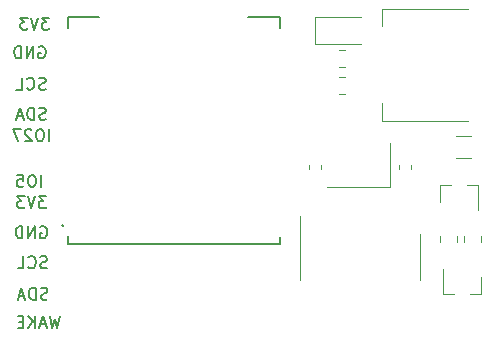
<source format=gbr>
%TF.GenerationSoftware,KiCad,Pcbnew,(5.1.6)-1*%
%TF.CreationDate,2020-08-27T20:14:33+02:00*%
%TF.ProjectId,ESP32_TFT_Board,45535033-325f-4544-9654-5f426f617264,rev?*%
%TF.SameCoordinates,Original*%
%TF.FileFunction,Legend,Bot*%
%TF.FilePolarity,Positive*%
%FSLAX46Y46*%
G04 Gerber Fmt 4.6, Leading zero omitted, Abs format (unit mm)*
G04 Created by KiCad (PCBNEW (5.1.6)-1) date 2020-08-27 20:14:33*
%MOMM*%
%LPD*%
G01*
G04 APERTURE LIST*
%ADD10C,0.200000*%
%ADD11C,0.120000*%
%ADD12C,0.100000*%
%ADD13C,0.127000*%
G04 APERTURE END LIST*
D10*
X94849723Y-89215980D02*
X94611628Y-90215980D01*
X94421152Y-89501695D01*
X94230676Y-90215980D01*
X93992580Y-89215980D01*
X93659247Y-89930266D02*
X93183057Y-89930266D01*
X93754485Y-90215980D02*
X93421152Y-89215980D01*
X93087819Y-90215980D01*
X92754485Y-90215980D02*
X92754485Y-89215980D01*
X92183057Y-90215980D02*
X92611628Y-89644552D01*
X92183057Y-89215980D02*
X92754485Y-89787409D01*
X91754485Y-89692171D02*
X91421152Y-89692171D01*
X91278295Y-90215980D02*
X91754485Y-90215980D01*
X91754485Y-89215980D01*
X91278295Y-89215980D01*
X93797285Y-87780761D02*
X93654428Y-87828380D01*
X93416333Y-87828380D01*
X93321095Y-87780761D01*
X93273476Y-87733142D01*
X93225857Y-87637904D01*
X93225857Y-87542666D01*
X93273476Y-87447428D01*
X93321095Y-87399809D01*
X93416333Y-87352190D01*
X93606809Y-87304571D01*
X93702047Y-87256952D01*
X93749666Y-87209333D01*
X93797285Y-87114095D01*
X93797285Y-87018857D01*
X93749666Y-86923619D01*
X93702047Y-86876000D01*
X93606809Y-86828380D01*
X93368714Y-86828380D01*
X93225857Y-86876000D01*
X92797285Y-87828380D02*
X92797285Y-86828380D01*
X92559190Y-86828380D01*
X92416333Y-86876000D01*
X92321095Y-86971238D01*
X92273476Y-87066476D01*
X92225857Y-87256952D01*
X92225857Y-87399809D01*
X92273476Y-87590285D01*
X92321095Y-87685523D01*
X92416333Y-87780761D01*
X92559190Y-87828380D01*
X92797285Y-87828380D01*
X91844904Y-87542666D02*
X91368714Y-87542666D01*
X91940142Y-87828380D02*
X91606809Y-86828380D01*
X91273476Y-87828380D01*
X93773476Y-85113761D02*
X93630619Y-85161380D01*
X93392523Y-85161380D01*
X93297285Y-85113761D01*
X93249666Y-85066142D01*
X93202047Y-84970904D01*
X93202047Y-84875666D01*
X93249666Y-84780428D01*
X93297285Y-84732809D01*
X93392523Y-84685190D01*
X93583000Y-84637571D01*
X93678238Y-84589952D01*
X93725857Y-84542333D01*
X93773476Y-84447095D01*
X93773476Y-84351857D01*
X93725857Y-84256619D01*
X93678238Y-84209000D01*
X93583000Y-84161380D01*
X93344904Y-84161380D01*
X93202047Y-84209000D01*
X92202047Y-85066142D02*
X92249666Y-85113761D01*
X92392523Y-85161380D01*
X92487761Y-85161380D01*
X92630619Y-85113761D01*
X92725857Y-85018523D01*
X92773476Y-84923285D01*
X92821095Y-84732809D01*
X92821095Y-84589952D01*
X92773476Y-84399476D01*
X92725857Y-84304238D01*
X92630619Y-84209000D01*
X92487761Y-84161380D01*
X92392523Y-84161380D01*
X92249666Y-84209000D01*
X92202047Y-84256619D01*
X91297285Y-85161380D02*
X91773476Y-85161380D01*
X91773476Y-84161380D01*
X93217904Y-81669000D02*
X93313142Y-81621380D01*
X93456000Y-81621380D01*
X93598857Y-81669000D01*
X93694095Y-81764238D01*
X93741714Y-81859476D01*
X93789333Y-82049952D01*
X93789333Y-82192809D01*
X93741714Y-82383285D01*
X93694095Y-82478523D01*
X93598857Y-82573761D01*
X93456000Y-82621380D01*
X93360761Y-82621380D01*
X93217904Y-82573761D01*
X93170285Y-82526142D01*
X93170285Y-82192809D01*
X93360761Y-82192809D01*
X92741714Y-82621380D02*
X92741714Y-81621380D01*
X92170285Y-82621380D01*
X92170285Y-81621380D01*
X91694095Y-82621380D02*
X91694095Y-81621380D01*
X91456000Y-81621380D01*
X91313142Y-81669000D01*
X91217904Y-81764238D01*
X91170285Y-81859476D01*
X91122666Y-82049952D01*
X91122666Y-82192809D01*
X91170285Y-82383285D01*
X91217904Y-82478523D01*
X91313142Y-82573761D01*
X91456000Y-82621380D01*
X91694095Y-82621380D01*
X93694095Y-79081380D02*
X93075047Y-79081380D01*
X93408380Y-79462333D01*
X93265523Y-79462333D01*
X93170285Y-79509952D01*
X93122666Y-79557571D01*
X93075047Y-79652809D01*
X93075047Y-79890904D01*
X93122666Y-79986142D01*
X93170285Y-80033761D01*
X93265523Y-80081380D01*
X93551238Y-80081380D01*
X93646476Y-80033761D01*
X93694095Y-79986142D01*
X92789333Y-79081380D02*
X92456000Y-80081380D01*
X92122666Y-79081380D01*
X91884571Y-79081380D02*
X91265523Y-79081380D01*
X91598857Y-79462333D01*
X91456000Y-79462333D01*
X91360761Y-79509952D01*
X91313142Y-79557571D01*
X91265523Y-79652809D01*
X91265523Y-79890904D01*
X91313142Y-79986142D01*
X91360761Y-80033761D01*
X91456000Y-80081380D01*
X91741714Y-80081380D01*
X91836952Y-80033761D01*
X91884571Y-79986142D01*
X93252800Y-78277980D02*
X93252800Y-77277980D01*
X92586133Y-77277980D02*
X92395657Y-77277980D01*
X92300419Y-77325600D01*
X92205180Y-77420838D01*
X92157561Y-77611314D01*
X92157561Y-77944647D01*
X92205180Y-78135123D01*
X92300419Y-78230361D01*
X92395657Y-78277980D01*
X92586133Y-78277980D01*
X92681371Y-78230361D01*
X92776609Y-78135123D01*
X92824228Y-77944647D01*
X92824228Y-77611314D01*
X92776609Y-77420838D01*
X92681371Y-77325600D01*
X92586133Y-77277980D01*
X91252800Y-77277980D02*
X91728990Y-77277980D01*
X91776609Y-77754171D01*
X91728990Y-77706552D01*
X91633752Y-77658933D01*
X91395657Y-77658933D01*
X91300419Y-77706552D01*
X91252800Y-77754171D01*
X91205180Y-77849409D01*
X91205180Y-78087504D01*
X91252800Y-78182742D01*
X91300419Y-78230361D01*
X91395657Y-78277980D01*
X91633752Y-78277980D01*
X91728990Y-78230361D01*
X91776609Y-78182742D01*
X93932190Y-74417180D02*
X93932190Y-73417180D01*
X93265523Y-73417180D02*
X93075047Y-73417180D01*
X92979809Y-73464800D01*
X92884571Y-73560038D01*
X92836952Y-73750514D01*
X92836952Y-74083847D01*
X92884571Y-74274323D01*
X92979809Y-74369561D01*
X93075047Y-74417180D01*
X93265523Y-74417180D01*
X93360761Y-74369561D01*
X93456000Y-74274323D01*
X93503619Y-74083847D01*
X93503619Y-73750514D01*
X93456000Y-73560038D01*
X93360761Y-73464800D01*
X93265523Y-73417180D01*
X92456000Y-73512419D02*
X92408380Y-73464800D01*
X92313142Y-73417180D01*
X92075047Y-73417180D01*
X91979809Y-73464800D01*
X91932190Y-73512419D01*
X91884571Y-73607657D01*
X91884571Y-73702895D01*
X91932190Y-73845752D01*
X92503619Y-74417180D01*
X91884571Y-74417180D01*
X91551238Y-73417180D02*
X90884571Y-73417180D01*
X91313142Y-74417180D01*
X93670285Y-72540761D02*
X93527428Y-72588380D01*
X93289333Y-72588380D01*
X93194095Y-72540761D01*
X93146476Y-72493142D01*
X93098857Y-72397904D01*
X93098857Y-72302666D01*
X93146476Y-72207428D01*
X93194095Y-72159809D01*
X93289333Y-72112190D01*
X93479809Y-72064571D01*
X93575047Y-72016952D01*
X93622666Y-71969333D01*
X93670285Y-71874095D01*
X93670285Y-71778857D01*
X93622666Y-71683619D01*
X93575047Y-71636000D01*
X93479809Y-71588380D01*
X93241714Y-71588380D01*
X93098857Y-71636000D01*
X92670285Y-72588380D02*
X92670285Y-71588380D01*
X92432190Y-71588380D01*
X92289333Y-71636000D01*
X92194095Y-71731238D01*
X92146476Y-71826476D01*
X92098857Y-72016952D01*
X92098857Y-72159809D01*
X92146476Y-72350285D01*
X92194095Y-72445523D01*
X92289333Y-72540761D01*
X92432190Y-72588380D01*
X92670285Y-72588380D01*
X91717904Y-72302666D02*
X91241714Y-72302666D01*
X91813142Y-72588380D02*
X91479809Y-71588380D01*
X91146476Y-72588380D01*
X93646476Y-70000761D02*
X93503619Y-70048380D01*
X93265523Y-70048380D01*
X93170285Y-70000761D01*
X93122666Y-69953142D01*
X93075047Y-69857904D01*
X93075047Y-69762666D01*
X93122666Y-69667428D01*
X93170285Y-69619809D01*
X93265523Y-69572190D01*
X93456000Y-69524571D01*
X93551238Y-69476952D01*
X93598857Y-69429333D01*
X93646476Y-69334095D01*
X93646476Y-69238857D01*
X93598857Y-69143619D01*
X93551238Y-69096000D01*
X93456000Y-69048380D01*
X93217904Y-69048380D01*
X93075047Y-69096000D01*
X92075047Y-69953142D02*
X92122666Y-70000761D01*
X92265523Y-70048380D01*
X92360761Y-70048380D01*
X92503619Y-70000761D01*
X92598857Y-69905523D01*
X92646476Y-69810285D01*
X92694095Y-69619809D01*
X92694095Y-69476952D01*
X92646476Y-69286476D01*
X92598857Y-69191238D01*
X92503619Y-69096000D01*
X92360761Y-69048380D01*
X92265523Y-69048380D01*
X92122666Y-69096000D01*
X92075047Y-69143619D01*
X91170285Y-70048380D02*
X91646476Y-70048380D01*
X91646476Y-69048380D01*
X93090904Y-66429000D02*
X93186142Y-66381380D01*
X93329000Y-66381380D01*
X93471857Y-66429000D01*
X93567095Y-66524238D01*
X93614714Y-66619476D01*
X93662333Y-66809952D01*
X93662333Y-66952809D01*
X93614714Y-67143285D01*
X93567095Y-67238523D01*
X93471857Y-67333761D01*
X93329000Y-67381380D01*
X93233761Y-67381380D01*
X93090904Y-67333761D01*
X93043285Y-67286142D01*
X93043285Y-66952809D01*
X93233761Y-66952809D01*
X92614714Y-67381380D02*
X92614714Y-66381380D01*
X92043285Y-67381380D01*
X92043285Y-66381380D01*
X91567095Y-67381380D02*
X91567095Y-66381380D01*
X91329000Y-66381380D01*
X91186142Y-66429000D01*
X91090904Y-66524238D01*
X91043285Y-66619476D01*
X90995666Y-66809952D01*
X90995666Y-66952809D01*
X91043285Y-67143285D01*
X91090904Y-67238523D01*
X91186142Y-67333761D01*
X91329000Y-67381380D01*
X91567095Y-67381380D01*
X93948095Y-63968380D02*
X93329047Y-63968380D01*
X93662380Y-64349333D01*
X93519523Y-64349333D01*
X93424285Y-64396952D01*
X93376666Y-64444571D01*
X93329047Y-64539809D01*
X93329047Y-64777904D01*
X93376666Y-64873142D01*
X93424285Y-64920761D01*
X93519523Y-64968380D01*
X93805238Y-64968380D01*
X93900476Y-64920761D01*
X93948095Y-64873142D01*
X93043333Y-63968380D02*
X92710000Y-64968380D01*
X92376666Y-63968380D01*
X92138571Y-63968380D02*
X91519523Y-63968380D01*
X91852857Y-64349333D01*
X91710000Y-64349333D01*
X91614761Y-64396952D01*
X91567142Y-64444571D01*
X91519523Y-64539809D01*
X91519523Y-64777904D01*
X91567142Y-64873142D01*
X91614761Y-64920761D01*
X91710000Y-64968380D01*
X91995714Y-64968380D01*
X92090952Y-64920761D01*
X92138571Y-64873142D01*
D11*
%TO.C,Y1*%
X122792000Y-74604000D02*
X122792000Y-78304000D01*
X122792000Y-78304000D02*
X117492000Y-78304000D01*
D12*
%TO.C,U3*%
X95204194Y-81565000D02*
G75*
G03*
X95204194Y-81565000I-92194J0D01*
G01*
D13*
X113512000Y-64865000D02*
X113512000Y-63905000D01*
X113512000Y-63905000D02*
X110822000Y-63905000D01*
X95512000Y-64865000D02*
X95512000Y-63905000D01*
X95512000Y-63905000D02*
X98212000Y-63905000D01*
X95512000Y-83105000D02*
X95512000Y-82455000D01*
X95512000Y-83105000D02*
X113512000Y-83105000D01*
X113512000Y-83105000D02*
X113512000Y-82495000D01*
D11*
%TO.C,U2*%
X125329000Y-84201000D02*
X125329000Y-86151000D01*
X125329000Y-84201000D02*
X125329000Y-82251000D01*
X115209000Y-84201000D02*
X115209000Y-86151000D01*
X115209000Y-84201000D02*
X115209000Y-80751000D01*
%TO.C,R4*%
X129084000Y-82415748D02*
X129084000Y-82938252D01*
X130504000Y-82415748D02*
X130504000Y-82938252D01*
%TO.C,R3*%
X128472000Y-82938252D02*
X128472000Y-82415748D01*
X127052000Y-82938252D02*
X127052000Y-82415748D01*
%TO.C,R2*%
X118483748Y-70433000D02*
X119006252Y-70433000D01*
X118483748Y-69013000D02*
X119006252Y-69013000D01*
%TO.C,R1*%
X118483748Y-68147000D02*
X119006252Y-68147000D01*
X118483748Y-66727000D02*
X119006252Y-66727000D01*
%TO.C,Q2*%
X127071000Y-78107000D02*
X128001000Y-78107000D01*
X130231000Y-78107000D02*
X129301000Y-78107000D01*
X130231000Y-78107000D02*
X130231000Y-80267000D01*
X127071000Y-78107000D02*
X127071000Y-79567000D01*
%TO.C,Q1*%
X130485000Y-87374000D02*
X129555000Y-87374000D01*
X127325000Y-87374000D02*
X128255000Y-87374000D01*
X127325000Y-87374000D02*
X127325000Y-85214000D01*
X130485000Y-87374000D02*
X130485000Y-85914000D01*
%TO.C,J1*%
X122138000Y-71195000D02*
X122138000Y-72695000D01*
X122138000Y-72695000D02*
X129398000Y-72695000D01*
X122138000Y-63195000D02*
X129398000Y-63195000D01*
X122138000Y-63195000D02*
X122138000Y-64695000D01*
%TO.C,D1*%
X120345000Y-66159000D02*
X116460000Y-66159000D01*
X116460000Y-66159000D02*
X116460000Y-63889000D01*
X116460000Y-63889000D02*
X120345000Y-63889000D01*
%TO.C,C5*%
X129634064Y-74020000D02*
X128429936Y-74020000D01*
X129634064Y-75840000D02*
X128429936Y-75840000D01*
%TO.C,C3*%
X115949000Y-76409733D02*
X115949000Y-76752267D01*
X116969000Y-76409733D02*
X116969000Y-76752267D01*
%TO.C,C2*%
X124589000Y-76752267D02*
X124589000Y-76409733D01*
X123569000Y-76752267D02*
X123569000Y-76409733D01*
%TD*%
M02*

</source>
